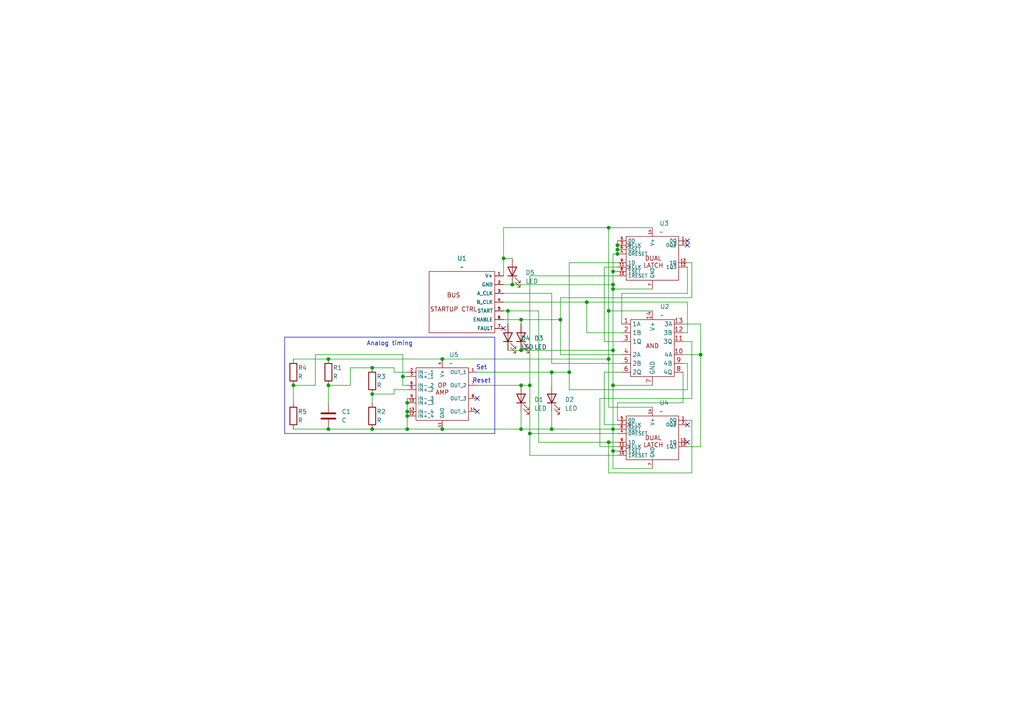
<source format=kicad_sch>
(kicad_sch (version 20231120) (generator "eeschema") (generator_version "8.0")
  (paper "A4")
  (lib_symbols
    (symbol "Device:C" (pin_numbers hide) (pin_names (offset 0.254))
      (property "Reference" "C" (at 0.635 2.54 0))
      (property "Value" "C" (at 0.635 -2.54 0))
      (symbol "C_0_1"
        (polyline (pts (xy -2.032 -0.762) (xy 2.032 -0.762)) (stroke (width 0.508)))
        (polyline (pts (xy -2.032 0.762) (xy 2.032 0.762)) (stroke (width 0.508)))
      )
      (symbol "C_1_1"
        (pin passive line (at 0 3.81 270) (length 2.794) (name "~") (number "1"))
        (pin passive line (at 0 -3.81 90) (length 2.794) (name "~") (number "2"))
      )
    )
    (symbol "Device:LED" (pin_numbers hide) (pin_names (offset 1.016) hide)
      (property "Reference" "D" (at 0 2.54 0))
      (property "Value" "LED" (at 0 -2.54 0))
      (symbol "LED_0_1"
        (polyline (pts (xy -1.27 -1.27) (xy -1.27 1.27)) (stroke (width 0.254)))
        (polyline (pts (xy -1.27 0) (xy 1.27 0)))
        (polyline (pts (xy 1.27 -1.27) (xy 1.27 1.27) (xy -1.27 0) (xy 1.27 -1.27)) (stroke (width 0.254)))
        (polyline (pts (xy -3.048 -0.762) (xy -4.572 -2.286) (xy -3.81 -2.286) (xy -4.572 -2.286) (xy -4.572 -1.524)))
        (polyline (pts (xy -1.778 -0.762) (xy -3.302 -2.286) (xy -2.54 -2.286) (xy -3.302 -2.286) (xy -3.302 -1.524)))
      )
      (symbol "LED_1_1"
        (pin passive line (at -3.81 0 0) (length 2.54) (name "K") (number "1"))
        (pin passive line (at 3.81 0 180) (length 2.54) (name "A") (number "2"))
      )
    )
    (symbol "Device:R" (pin_numbers hide) (pin_names (offset 0))
      (property "Reference" "R" (at 2.032 0 90))
      (property "Value" "R" (at 0 0 90))
      (symbol "R_0_1"
        (rectangle (start -1.016 -2.54) (end 1.016 2.54) (stroke (width 0.254)))
      )
      (symbol "R_1_1"
        (pin passive line (at 0 3.81 270) (length 1.27) (name "~") (number "1"))
        (pin passive line (at 0 -3.81 90) (length 1.27) (name "~") (number "2"))
      )
    )
    (symbol "custom_symbol_lib:OP_AMP_quad"
      (property "Reference" "U" (at -0.254 -2.54 0))
      (symbol "OP_AMP_quad_1_1"
        (rectangle (start -7.62 7.62) (end 7.62 -7.62))
        (text "OP\nAMP" (at 0 1.524 0) (effects (font (size 1.27 1.27))))
        (pin output line (at 10.16 6.35 180) (length 2.54) (name "OUT_1") (number "1"))
        (pin input line (at -10.16 -2.54 0) (length 2.54) (name "IN+_3") (number "10"))
        (pin power_in line (at 0 -10.16 90) (length 2.54) (name "GND") (number "11"))
        (pin input line (at -10.16 -6.35 0) (length 2.54) (name "IN+_4") (number "12"))
        (pin input line (at -10.16 -5.08 0) (length 2.54) (name "IN-_4") (number "13"))
        (pin output line (at 10.16 -5.08 180) (length 2.54) (name "OUT_4") (number "14"))
        (pin input line (at -10.16 6.35 0) (length 2.54) (name "IN-_1") (number "2"))
        (pin input line (at -10.16 5.08 0) (length 2.54) (name "IN+_1") (number "3"))
        (pin power_in line (at 0 10.16 270) (length 2.54) (name "V+") (number "4"))
        (pin input line (at -10.16 1.27 0) (length 2.54) (name "IN+_2") (number "5"))
        (pin input line (at -10.16 2.54 0) (length 2.54) (name "IN-_2") (number "6"))
        (pin output line (at 10.16 2.54 180) (length 2.54) (name "OUT_2") (number "7"))
        (pin output line (at 10.16 -1.27 180) (length 2.54) (name "OUT_3") (number "8"))
        (pin input line (at -10.16 -1.27 0) (length 2.54) (name "IN-_3") (number "9"))
      )
    )
    (symbol "custom_symbol_lib:bus_to_startup_ctrl"
      (property "Reference" "U" (at -2.54 -5.08 0))
      (symbol "bus_to_startup_ctrl_0_1"
        (rectangle (start -10.16 8.89) (end 8.89 -8.89))
      )
      (symbol "bus_to_startup_ctrl_1_1"
        (text "BUS\n\nSTARTUP CTRL" (at -3.048 0 0) (effects (font (size 1.27 1.27))))
        (pin bidirectional line (at 11.43 7.62 180) (length 2.54) (name "V+") (number "1"))
        (pin bidirectional line (at 11.43 5.08 180) (length 2.54) (name "GND") (number "2"))
        (pin bidirectional line (at 11.43 2.54 180) (length 2.54) (name "A_CLK") (number "3"))
        (pin bidirectional line (at 11.43 0 180) (length 2.54) (name "B_CLK") (number "4"))
        (pin bidirectional line (at 11.43 -2.54 180) (length 2.54) (name "START") (number "5"))
        (pin bidirectional line (at 11.43 -5.08 180) (length 2.54) (name "ENABLE") (number "6"))
        (pin bidirectional line (at 11.43 -7.62 180) (length 2.54) (name "FAULT") (number "7"))
      )
    )
    (symbol "custom_symbol_lib:dual_latch"
      (property "Reference" "U" (at 4.572 -5.08 0))
      (symbol "dual_latch_0_1"
        (rectangle (start -7.62 6.35) (end 7.62 -6.35))
      )
      (symbol "dual_latch_1_1"
        (text "DUAL\nLATCH" (at 0.254 -1.016 0) (effects (font (size 1.27 1.27))))
        (pin output line (at 10.16 5.08 180) (length 2.54) (name "0Q") (number "1"))
        (pin input line (at -10.16 -5.08 0) (length 2.54) (name "1RESET") (number "10"))
        (pin input clock (at -10.16 -2.54 0) (length 2.54) (name "1CLK") (number "11"))
        (pin output line (at 10.16 -2.54 180) (length 2.54) (name "1Q3") (number "12"))
        (pin output line (at 10.16 -1.27 180) (length 2.54) (name "1Q") (number "13"))
        (pin power_in line (at 0 8.89 270) (length 2.54) (name "V+") (number "14"))
        (pin output line (at 10.16 3.81 180) (length 2.54) (name "0Q#") (number "2"))
        (pin input clock (at -10.16 3.81 0) (length 2.54) (name "0CLK") (number "3"))
        (pin input line (at -10.16 1.27 0) (length 2.54) (name "0RESET") (number "4"))
        (pin input line (at -10.16 5.08 0) (length 2.54) (name "0D") (number "5"))
        (pin input line (at -10.16 2.54 0) (length 2.54) (name "0SET") (number "6"))
        (pin power_in line (at 0 -8.89 90) (length 2.54) (name "GND") (number "7"))
        (pin input line (at -10.16 -3.81 0) (length 2.54) (name "1SET") (number "8"))
        (pin input line (at -10.16 -1.27 0) (length 2.54) (name "1D") (number "9"))
      )
    )
    (symbol "custom_symbol_lib:quad_and"
      (property "Reference" "U" (at 0 -1.524 0))
      (symbol "quad_and_0_1"
        (rectangle (start -6.35 8.89) (end 6.35 -7.62))
      )
      (symbol "quad_and_1_1"
        (text "AND" (at 0 1.27 0) (effects (font (size 1.27 1.27))))
        (pin input line (at -8.89 7.62 0) (length 2.54) (name "1A") (number "1"))
        (pin input line (at 8.89 -1.27 180) (length 2.54) (name "4A") (number "10"))
        (pin output line (at 8.89 2.54 180) (length 2.54) (name "3Q") (number "11"))
        (pin input line (at 8.89 5.08 180) (length 2.54) (name "3B") (number "12"))
        (pin input line (at 8.89 7.62 180) (length 2.54) (name "3A") (number "13"))
        (pin power_in line (at 0 11.43 270) (length 2.54) (name "V+") (number "14"))
        (pin input line (at -8.89 5.08 0) (length 2.54) (name "1B") (number "2"))
        (pin output line (at -8.89 2.54 0) (length 2.54) (name "1Q") (number "3"))
        (pin input line (at -8.89 -1.27 0) (length 2.54) (name "2A") (number "4"))
        (pin input line (at -8.89 -3.81 0) (length 2.54) (name "2B") (number "5"))
        (pin output line (at -8.89 -6.35 0) (length 2.54) (name "2Q") (number "6"))
        (pin power_in line (at 0 -10.16 90) (length 2.54) (name "GND") (number "7"))
        (pin output line (at 8.89 -6.35 180) (length 2.54) (name "4Q") (number "8"))
        (pin input line (at 8.89 -3.81 180) (length 2.54) (name "4B") (number "9"))
      )
    )
  )
  (junction (at 177.8 130.81))
  (junction (at 177.8 124.46))
  (junction (at 107.95 124.46))
  (junction (at 153.67 125.73))
  (junction (at 177.8 111.76))
  (junction (at 95.25 111.76))
  (junction (at 146.05 74.93))
  (junction (at 176.53 104.14))
  (junction (at 85.09 111.76))
  (junction (at 118.11 120.65))
  (junction (at 153.67 111.76))
  (junction (at 118.11 119.38))
  (junction (at 179.07 73.66))
  (junction (at 128.27 124.46))
  (junction (at 116.84 109.22))
  (junction (at 203.2 102.87))
  (junction (at 177.8 83.82))
  (junction (at 118.11 116.84))
  (junction (at 118.11 124.46))
  (junction (at 151.13 124.46))
  (junction (at 107.95 106.68))
  (junction (at 162.56 92.71))
  (junction (at 151.13 111.76))
  (junction (at 165.1 107.95))
  (junction (at 170.18 87.63))
  (junction (at 147.32 90.17))
  (junction (at 176.53 128.27))
  (junction (at 148.59 82.55))
  (junction (at 95.25 124.46))
  (junction (at 179.07 72.39))
  (junction (at 107.95 114.3))
  (junction (at 95.25 104.14))
  (junction (at 128.27 104.14))
  (junction (at 177.8 78.74))
  (junction (at 151.13 101.6))
  (junction (at 160.02 124.46))
  (junction (at 160.02 107.95))
  (junction (at 179.07 71.12))
  (junction (at 176.53 66.04))
  (junction (at 177.8 101.6))
  (junction (at 176.53 90.17))
  (junction (at 177.8 82.55))
  (junction (at 151.13 92.71))
  (no_connect (at 138.43 115.57))
  (no_connect (at 199.39 69.85))
  (no_connect (at 199.39 123.19))
  (no_connect (at 138.43 119.38))
  (no_connect (at 199.39 128.27))
  (no_connect (at 199.39 71.12))
  (no_connect (at 146.05 95.25))
  (wire (pts (xy 179.07 116.84) (xy 179.07 121.92)))
  (wire (pts (xy 175.26 77.47) (xy 179.07 77.47)))
  (wire (pts (xy 175.26 99.06) (xy 175.26 77.47)))
  (wire (pts (xy 114.3 106.68) (xy 114.3 107.95)))
  (wire (pts (xy 128.27 124.46) (xy 151.13 124.46)))
  (wire (pts (xy 198.12 116.84) (xy 179.07 116.84)))
  (wire (pts (xy 176.53 66.04) (xy 146.05 66.04)))
  (wire (pts (xy 173.99 115.57) (xy 173.99 129.54)))
  (wire (pts (xy 175.26 123.19) (xy 179.07 123.19)))
  (wire (pts (xy 199.39 121.92) (xy 200.66 121.92)))
  (wire (pts (xy 95.25 111.76) (xy 95.25 116.84)))
  (wire (pts (xy 198.12 107.95) (xy 198.12 116.84)))
  (wire (pts (xy 198.12 96.52) (xy 199.39 96.52)))
  (wire (pts (xy 177.8 83.82) (xy 177.8 101.6)))
  (wire (pts (xy 160.02 107.95) (xy 165.1 107.95)))
  (wire (pts (xy 180.34 107.95) (xy 175.26 107.95)))
  (wire (pts (xy 198.12 102.87) (xy 203.2 102.87)))
  (wire (pts (xy 146.05 82.55) (xy 148.59 82.55)))
  (wire (pts (xy 91.44 102.87) (xy 91.44 111.76)))
  (wire (pts (xy 177.8 111.76) (xy 189.23 111.76)))
  (wire (pts (xy 138.43 111.76) (xy 151.13 111.76)))
  (wire (pts (xy 116.84 111.76) (xy 118.11 111.76)))
  (wire (pts (xy 146.05 92.71) (xy 151.13 92.71)))
  (wire (pts (xy 85.09 111.76) (xy 85.09 116.84)))
  (wire (pts (xy 199.39 105.41) (xy 199.39 113.03)))
  (wire (pts (xy 153.67 132.08) (xy 179.07 132.08)))
  (wire (pts (xy 200.66 86.36) (xy 162.56 86.36)))
  (wire (pts (xy 118.11 116.84) (xy 118.11 119.38)))
  (wire (pts (xy 160.02 105.41) (xy 180.34 105.41)))
  (wire (pts (xy 177.8 78.74) (xy 177.8 82.55)))
  (wire (pts (xy 177.8 82.55) (xy 177.8 83.82)))
  (wire (pts (xy 148.59 82.55) (xy 177.8 82.55)))
  (wire (pts (xy 203.2 129.54) (xy 203.2 102.87)))
  (wire (pts (xy 189.23 66.04) (xy 176.53 66.04)))
  (wire (pts (xy 116.84 102.87) (xy 116.84 109.22)))
  (wire (pts (xy 180.34 99.06) (xy 175.26 99.06)))
  (wire (pts (xy 128.27 104.14) (xy 176.53 104.14)))
  (wire (pts (xy 153.67 111.76) (xy 153.67 80.01)))
  (wire (pts (xy 177.8 111.76) (xy 177.8 124.46)))
  (wire (pts (xy 153.67 125.73) (xy 153.67 132.08)))
  (wire (pts (xy 170.18 87.63) (xy 170.18 96.52)))
  (wire (pts (xy 151.13 124.46) (xy 160.02 124.46)))
  (wire (pts (xy 189.23 90.17) (xy 176.53 90.17)))
  (wire (pts (xy 162.56 92.71) (xy 162.56 102.87)))
  (wire (pts (xy 85.09 124.46) (xy 95.25 124.46)))
  (wire (pts (xy 118.11 120.65) (xy 118.11 124.46)))
  (wire (pts (xy 107.95 106.68) (xy 101.6 106.68)))
  (wire (pts (xy 180.34 85.09) (xy 199.39 85.09)))
  (wire (pts (xy 176.53 118.11) (xy 176.53 104.14)))
  (wire (pts (xy 101.6 106.68) (xy 101.6 111.76)))
  (wire (pts (xy 199.39 129.54) (xy 203.2 129.54)))
  (wire (pts (xy 177.8 78.74) (xy 179.07 78.74)))
  (wire (pts (xy 151.13 92.71) (xy 151.13 93.98)))
  (wire (pts (xy 146.05 74.93) (xy 146.05 80.01)))
  (wire (pts (xy 138.43 107.95) (xy 160.02 107.95)))
  (wire (pts (xy 116.84 102.87) (xy 91.44 102.87)))
  (wire (pts (xy 91.44 111.76) (xy 85.09 111.76)))
  (wire (pts (xy 176.53 90.17) (xy 176.53 66.04)))
  (wire (pts (xy 179.07 71.12) (xy 179.07 72.39)))
  (wire (pts (xy 162.56 86.36) (xy 162.56 92.71)))
  (wire (pts (xy 151.13 111.76) (xy 153.67 111.76)))
  (wire (pts (xy 116.84 109.22) (xy 118.11 109.22)))
  (wire (pts (xy 200.66 76.2) (xy 200.66 86.36)))
  (wire (pts (xy 151.13 101.6) (xy 177.8 101.6)))
  (wire (pts (xy 118.11 119.38) (xy 118.11 120.65)))
  (wire (pts (xy 170.18 96.52) (xy 180.34 96.52)))
  (wire (pts (xy 177.8 130.81) (xy 177.8 135.89)))
  (wire (pts (xy 95.25 104.14) (xy 128.27 104.14)))
  (wire (pts (xy 176.53 137.16) (xy 176.53 128.27)))
  (wire (pts (xy 118.11 124.46) (xy 128.27 124.46)))
  (wire (pts (xy 95.25 124.46) (xy 107.95 124.46)))
  (wire (pts (xy 200.66 115.57) (xy 173.99 115.57)))
  (wire (pts (xy 116.84 109.22) (xy 116.84 111.76)))
  (wire (pts (xy 176.53 128.27) (xy 156.21 128.27)))
  (wire (pts (xy 177.8 73.66) (xy 177.8 78.74)))
  (wire (pts (xy 101.6 111.76) (xy 95.25 111.76)))
  (wire (pts (xy 147.32 90.17) (xy 147.32 93.98)))
  (wire (pts (xy 114.3 107.95) (xy 118.11 107.95)))
  (wire (pts (xy 114.3 114.3) (xy 114.3 113.03)))
  (wire (pts (xy 114.3 113.03) (xy 118.11 113.03)))
  (wire (pts (xy 151.13 92.71) (xy 162.56 92.71)))
  (wire (pts (xy 153.67 125.73) (xy 179.07 125.73)))
  (wire (pts (xy 160.02 85.09) (xy 160.02 105.41)))
  (wire (pts (xy 107.95 114.3) (xy 107.95 116.84)))
  (wire (pts (xy 189.23 118.11) (xy 176.53 118.11)))
  (wire (pts (xy 199.39 85.09) (xy 199.39 77.47)))
  (wire (pts (xy 160.02 119.38) (xy 160.02 124.46)))
  (wire (pts (xy 153.67 111.76) (xy 153.67 125.73)))
  (wire (pts (xy 200.66 121.92) (xy 200.66 137.16)))
  (wire (pts (xy 176.53 128.27) (xy 179.07 128.27)))
  (wire (pts (xy 153.67 80.01) (xy 179.07 80.01)))
  (wire (pts (xy 177.8 130.81) (xy 179.07 130.81)))
  (wire (pts (xy 179.07 73.66) (xy 177.8 73.66)))
  (wire (pts (xy 199.39 76.2) (xy 200.66 76.2)))
  (wire (pts (xy 177.8 135.89) (xy 189.23 135.89)))
  (wire (pts (xy 151.13 119.38) (xy 151.13 124.46)))
  (wire (pts (xy 146.05 87.63) (xy 170.18 87.63)))
  (wire (pts (xy 107.95 114.3) (xy 114.3 114.3)))
  (wire (pts (xy 146.05 74.93) (xy 148.59 74.93)))
  (wire (pts (xy 203.2 102.87) (xy 203.2 93.98)))
  (wire (pts (xy 199.39 87.63) (xy 170.18 87.63)))
  (wire (pts (xy 85.09 104.14) (xy 95.25 104.14)))
  (wire (pts (xy 200.66 99.06) (xy 200.66 115.57)))
  (wire (pts (xy 118.11 115.57) (xy 118.11 116.84)))
  (wire (pts (xy 146.05 66.04) (xy 146.05 74.93)))
  (wire (pts (xy 198.12 99.06) (xy 200.66 99.06)))
  (wire (pts (xy 177.8 83.82) (xy 189.23 83.82)))
  (wire (pts (xy 180.34 93.98) (xy 180.34 85.09)))
  (wire (pts (xy 156.21 90.17) (xy 156.21 128.27)))
  (wire (pts (xy 177.8 101.6) (xy 177.8 111.76)))
  (wire (pts (xy 160.02 107.95) (xy 160.02 111.76)))
  (wire (pts (xy 156.21 90.17) (xy 147.32 90.17)))
  (wire (pts (xy 165.1 76.2) (xy 179.07 76.2)))
  (wire (pts (xy 173.99 129.54) (xy 179.07 129.54)))
  (wire (pts (xy 165.1 107.95) (xy 165.1 113.03)))
  (wire (pts (xy 179.07 72.39) (xy 179.07 73.66)))
  (wire (pts (xy 199.39 113.03) (xy 165.1 113.03)))
  (wire (pts (xy 179.07 69.85) (xy 179.07 71.12)))
  (wire (pts (xy 146.05 85.09) (xy 160.02 85.09)))
  (wire (pts (xy 160.02 124.46) (xy 177.8 124.46)))
  (wire (pts (xy 199.39 96.52) (xy 199.39 87.63)))
  (wire (pts (xy 162.56 102.87) (xy 180.34 102.87)))
  (wire (pts (xy 147.32 101.6) (xy 151.13 101.6)))
  (wire (pts (xy 177.8 124.46) (xy 177.8 130.81)))
  (wire (pts (xy 200.66 137.16) (xy 176.53 137.16)))
  (wire (pts (xy 147.32 90.17) (xy 146.05 90.17)))
  (wire (pts (xy 107.95 106.68) (xy 114.3 106.68)))
  (wire (pts (xy 175.26 107.95) (xy 175.26 123.19)))
  (wire (pts (xy 177.8 124.46) (xy 179.07 124.46)))
  (wire (pts (xy 203.2 93.98) (xy 198.12 93.98)))
  (wire (pts (xy 165.1 107.95) (xy 165.1 76.2)))
  (wire (pts (xy 176.53 104.14) (xy 176.53 90.17)))
  (wire (pts (xy 107.95 124.46) (xy 118.11 124.46)))
  (wire (pts (xy 198.12 105.41) (xy 199.39 105.41)))
  (text_box "Analog timing" (at 82.55 97.79 0) (size 60.96 27.94) (effects (font (size 1.27 1.27)) (justify top)))
  (text "Set" (at 139.7 106.68 0) (effects (font (size 1.27 1.27))))
  (text "Reset" (at 139.7 110.49 0) (effects (font (size 1.27 1.27))))
  (symbol (lib_id "custom_symbol_lib:OP_AMP_quad") (at 128.27 114.3 0) (unit 1)
    (property "Reference" "U5" (at 130.2894 102.87 0) (effects (justify left)))
    (property "Value" "~" (at 130.2894 105.41 0) (effects (justify left)))
    (property "Footprint" "Package_DIP:DIP-14_W7.62mm" (effects (hide yes)))
  )
  (symbol (lib_id "Device:R") (at 107.95 120.65 0) (unit 1)
    (property "Reference" "R2" (at 109.22 119.38 0) (effects (justify left)))
    (property "Value" "R" (at 109.22 121.92 0) (effects (justify left)))
    (property "Footprint" "custom_footprint_library:0.4_pitch_resistor" (effects (hide yes)))
    (property "Description" "Resistor" (effects (hide yes)))
  )
  (symbol (lib_id "custom_symbol_lib:bus_to_startup_ctrl") (at 134.62 87.63 0) (unit 1)
    (property "Reference" "U1" (at 133.985 74.93 0))
    (property "Value" "~" (at 133.985 77.47 0))
    (property "Footprint" "Connector_PinHeader_2.54mm:PinHeader_1x07_P2.54mm_Vertical" (effects (hide yes)))
  )
  (symbol (lib_id "Device:R") (at 95.25 107.95 0) (unit 1)
    (property "Reference" "R1" (at 96.52 106.68 0) (effects (justify left)))
    (property "Value" "R" (at 96.52 109.22 0) (effects (justify left)))
    (property "Footprint" "custom_footprint_library:0.4_pitch_resistor" (effects (hide yes)))
    (property "Description" "Resistor" (effects (hide yes)))
  )
  (symbol (lib_id "Device:LED") (at 160.02 115.57 90) (unit 1)
    (property "Reference" "D2" (at 163.83 115.8874 90) (effects (justify right)))
    (property "Value" "LED" (at 163.83 118.4274 90) (effects (justify right)))
    (property "Footprint" "LED_THT:LED_D4.0mm" (effects (hide yes)))
    (property "Description" "Light emitting diode" (effects (hide yes)))
  )
  (symbol (lib_id "Device:LED") (at 151.13 97.79 90) (unit 1)
    (property "Reference" "D3" (at 154.94 98.1074 90) (effects (justify right)))
    (property "Value" "LED" (at 154.94 100.6474 90) (effects (justify right)))
    (property "Footprint" "LED_THT:LED_D4.0mm" (effects (hide yes)))
    (property "Description" "Light emitting diode" (effects (hide yes)))
  )
  (symbol (lib_id "Device:LED") (at 148.59 78.74 90) (unit 1)
    (property "Reference" "D5" (at 152.4 79.0574 90) (effects (justify right)))
    (property "Value" "LED" (at 152.4 81.5974 90) (effects (justify right)))
    (property "Footprint" "LED_THT:LED_D4.0mm" (effects (hide yes)))
    (property "Description" "Light emitting diode" (effects (hide yes)))
  )
  (symbol (lib_id "Device:LED") (at 151.13 115.57 90) (unit 1)
    (property "Reference" "D1" (at 154.94 115.8874 90) (effects (justify right)))
    (property "Value" "LED" (at 154.94 118.4274 90) (effects (justify right)))
    (property "Footprint" "LED_THT:LED_D4.0mm" (effects (hide yes)))
    (property "Description" "Light emitting diode" (effects (hide yes)))
  )
  (symbol (lib_id "custom_symbol_lib:quad_and") (at 189.23 101.6 0) (unit 1)
    (property "Reference" "U2" (at 191.4241 88.9 0) (effects (justify left)))
    (property "Value" "~" (at 191.4241 91.44 0) (effects (justify left)))
    (property "Footprint" "Package_DIP:DIP-14_W7.62mm" (effects (hide yes)))
  )
  (symbol (lib_id "Device:LED") (at 147.32 97.79 90) (unit 1)
    (property "Reference" "D4" (at 151.13 98.1074 90) (effects (justify right)))
    (property "Value" "LED" (at 151.13 100.6474 90) (effects (justify right)))
    (property "Footprint" "LED_THT:LED_D4.0mm" (effects (hide yes)))
    (property "Description" "Light emitting diode" (effects (hide yes)))
  )
  (symbol (lib_id "Device:C") (at 95.25 120.65 0) (unit 1)
    (property "Reference" "C1" (at 99.06 119.3799 0) (effects (justify left)))
    (property "Value" "C" (at 99.06 121.9199 0) (effects (justify left)))
    (property "Footprint" "Capacitor_THT:CP_Radial_D5.0mm_P2.50mm" (effects (hide yes)))
    (property "Description" "Unpolarized capacitor" (effects (hide yes)))
  )
  (symbol (lib_id "Device:R") (at 85.09 120.65 0) (unit 1)
    (property "Reference" "R5" (at 86.36 119.38 0) (effects (justify left)))
    (property "Value" "R" (at 86.36 121.92 0) (effects (justify left)))
    (property "Footprint" "custom_footprint_library:0.4_pitch_resistor" (effects (hide yes)))
    (property "Description" "Resistor" (effects (hide yes)))
  )
  (symbol (lib_id "custom_symbol_lib:dual_latch") (at 189.23 127 0) (unit 1)
    (property "Reference" "U4" (at 191.2494 116.84 0) (effects (justify left)))
    (property "Value" "~" (at 191.2494 119.38 0) (effects (justify left)))
    (property "Footprint" "Package_DIP:DIP-14_W7.62mm" (effects (hide yes)))
    (property "Datasheet" "https://www.ti.com/lit/ds/symlink/cd4013b.pdf?HQS=dis-dk-null-digikeymode-dsf-pf-null-wwe&ts=1717714412964&ref_url=https%253A%252F%252Fwww.ti.com%252Fgeneral%252Fdocs%252Fsuppproductinfo.tsp%253FdistId%253D10%2526gotoUrl%253Dhttps%253A%252F%252Fwww.ti.com%252Flit%252Fgpn%252Fcd4013b" (effects (hide yes)))
  )
  (symbol (lib_id "Device:R") (at 85.09 107.95 0) (unit 1)
    (property "Reference" "R4" (at 86.36 106.68 0) (effects (justify left)))
    (property "Value" "R" (at 86.36 109.22 0) (effects (justify left)))
    (property "Footprint" "custom_footprint_library:0.4_pitch_resistor" (effects (hide yes)))
    (property "Description" "Resistor" (effects (hide yes)))
  )
  (symbol (lib_id "custom_symbol_lib:dual_latch") (at 189.23 74.93 0) (unit 1)
    (property "Reference" "U3" (at 191.2494 64.77 0) (effects (justify left)))
    (property "Value" "~" (at 191.2494 67.31 0) (effects (justify left)))
    (property "Footprint" "Package_DIP:DIP-14_W7.62mm" (effects (hide yes)))
    (property "Datasheet" "https://www.ti.com/lit/ds/symlink/cd4013b.pdf?HQS=dis-dk-null-digikeymode-dsf-pf-null-wwe&ts=1717714412964&ref_url=https%253A%252F%252Fwww.ti.com%252Fgeneral%252Fdocs%252Fsuppproductinfo.tsp%253FdistId%253D10%2526gotoUrl%253Dhttps%253A%252F%252Fwww.ti.com%252Flit%252Fgpn%252Fcd4013b" (effects (hide yes)))
  )
  (symbol (lib_id "Device:R") (at 107.95 110.49 0) (unit 1)
    (property "Reference" "R3" (at 109.22 109.22 0) (effects (justify left)))
    (property "Value" "R" (at 109.22 111.76 0) (effects (justify left)))
    (property "Footprint" "custom_footprint_library:0.4_pitch_resistor" (effects (hide yes)))
    (property "Description" "Resistor" (effects (hide yes)))
  )
)
</source>
